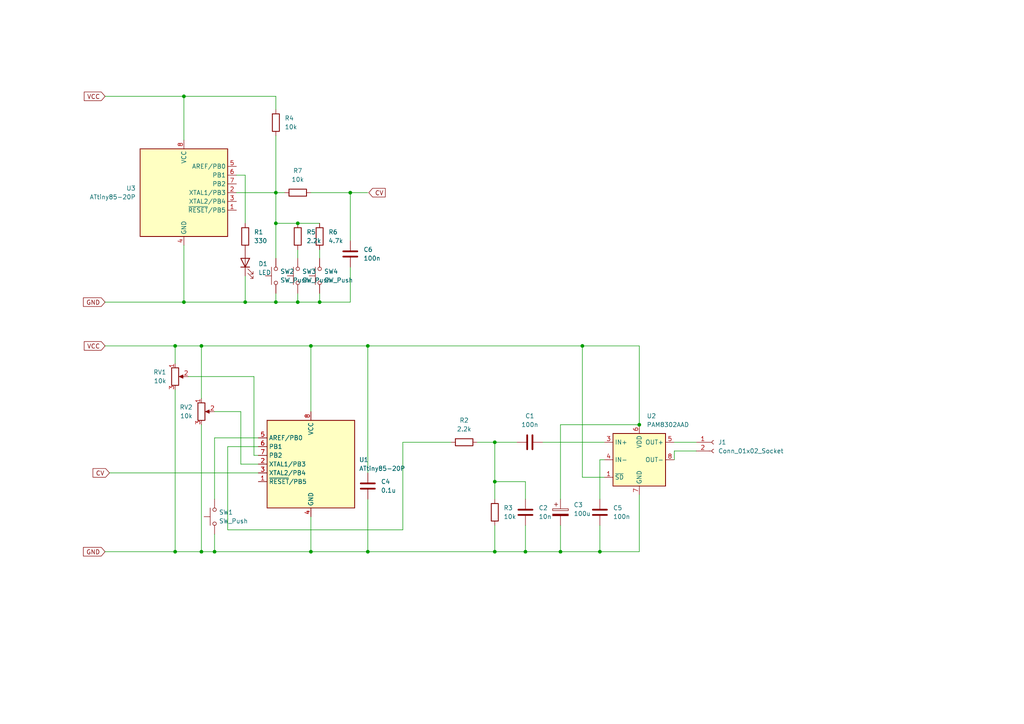
<source format=kicad_sch>
(kicad_sch
	(version 20250114)
	(generator "eeschema")
	(generator_version "9.0")
	(uuid "b0a62a77-cbdd-43ac-b9b7-6d13322499f8")
	(paper "A4")
	(lib_symbols
		(symbol "Amplifier_Audio:PAM8302AAD"
			(exclude_from_sim no)
			(in_bom yes)
			(on_board yes)
			(property "Reference" "U"
				(at 7.62 11.43 0)
				(effects
					(font
						(size 1.27 1.27)
					)
				)
			)
			(property "Value" "PAM8302AAD"
				(at 7.62 8.89 0)
				(effects
					(font
						(size 1.27 1.27)
					)
				)
			)
			(property "Footprint" ""
				(at 0 0 0)
				(effects
					(font
						(size 1.27 1.27)
					)
					(hide yes)
				)
			)
			(property "Datasheet" "https://www.diodes.com/assets/Datasheets/PAM8302A.pdf"
				(at 0 0 0)
				(effects
					(font
						(size 1.27 1.27)
					)
					(hide yes)
				)
			)
			(property "Description" "2.5W Filterless Class-D Mono Audio Amplifier, SOIC-8"
				(at 0 0 0)
				(effects
					(font
						(size 1.27 1.27)
					)
					(hide yes)
				)
			)
			(property "ki_keywords" "audio amplifier class d"
				(at 0 0 0)
				(effects
					(font
						(size 1.27 1.27)
					)
					(hide yes)
				)
			)
			(property "ki_fp_filters" "MSOP*3x3mm*P0.65mm* SOIC*3.9x4.9mm*P1.27mm*"
				(at 0 0 0)
				(effects
					(font
						(size 1.27 1.27)
					)
					(hide yes)
				)
			)
			(symbol "PAM8302AAD_0_1"
				(rectangle
					(start -7.62 7.62)
					(end 7.62 -7.62)
					(stroke
						(width 0.254)
						(type default)
					)
					(fill
						(type background)
					)
				)
			)
			(symbol "PAM8302AAD_1_1"
				(pin input line
					(at -10.16 5.08 0)
					(length 2.54)
					(name "IN+"
						(effects
							(font
								(size 1.27 1.27)
							)
						)
					)
					(number "3"
						(effects
							(font
								(size 1.27 1.27)
							)
						)
					)
				)
				(pin input line
					(at -10.16 0 0)
					(length 2.54)
					(name "IN-"
						(effects
							(font
								(size 1.27 1.27)
							)
						)
					)
					(number "4"
						(effects
							(font
								(size 1.27 1.27)
							)
						)
					)
				)
				(pin input line
					(at -10.16 -5.08 0)
					(length 2.54)
					(name "~{SD}"
						(effects
							(font
								(size 1.27 1.27)
							)
						)
					)
					(number "1"
						(effects
							(font
								(size 1.27 1.27)
							)
						)
					)
				)
				(pin power_in line
					(at 0 10.16 270)
					(length 2.54)
					(name "VDD"
						(effects
							(font
								(size 1.27 1.27)
							)
						)
					)
					(number "6"
						(effects
							(font
								(size 1.27 1.27)
							)
						)
					)
				)
				(pin power_in line
					(at 0 -10.16 90)
					(length 2.54)
					(name "GND"
						(effects
							(font
								(size 1.27 1.27)
							)
						)
					)
					(number "7"
						(effects
							(font
								(size 1.27 1.27)
							)
						)
					)
				)
				(pin no_connect line
					(at 7.62 -5.08 180)
					(length 2.54)
					(hide yes)
					(name "NC"
						(effects
							(font
								(size 1.27 1.27)
							)
						)
					)
					(number "2"
						(effects
							(font
								(size 1.27 1.27)
							)
						)
					)
				)
				(pin output line
					(at 10.16 5.08 180)
					(length 2.54)
					(name "OUT+"
						(effects
							(font
								(size 1.27 1.27)
							)
						)
					)
					(number "5"
						(effects
							(font
								(size 1.27 1.27)
							)
						)
					)
				)
				(pin output line
					(at 10.16 0 180)
					(length 2.54)
					(name "OUT-"
						(effects
							(font
								(size 1.27 1.27)
							)
						)
					)
					(number "8"
						(effects
							(font
								(size 1.27 1.27)
							)
						)
					)
				)
			)
			(embedded_fonts no)
		)
		(symbol "Connector:Conn_01x02_Socket"
			(pin_names
				(offset 1.016)
				(hide yes)
			)
			(exclude_from_sim no)
			(in_bom yes)
			(on_board yes)
			(property "Reference" "J"
				(at 0 2.54 0)
				(effects
					(font
						(size 1.27 1.27)
					)
				)
			)
			(property "Value" "Conn_01x02_Socket"
				(at 0 -5.08 0)
				(effects
					(font
						(size 1.27 1.27)
					)
				)
			)
			(property "Footprint" ""
				(at 0 0 0)
				(effects
					(font
						(size 1.27 1.27)
					)
					(hide yes)
				)
			)
			(property "Datasheet" "~"
				(at 0 0 0)
				(effects
					(font
						(size 1.27 1.27)
					)
					(hide yes)
				)
			)
			(property "Description" "Generic connector, single row, 01x02, script generated"
				(at 0 0 0)
				(effects
					(font
						(size 1.27 1.27)
					)
					(hide yes)
				)
			)
			(property "ki_locked" ""
				(at 0 0 0)
				(effects
					(font
						(size 1.27 1.27)
					)
				)
			)
			(property "ki_keywords" "connector"
				(at 0 0 0)
				(effects
					(font
						(size 1.27 1.27)
					)
					(hide yes)
				)
			)
			(property "ki_fp_filters" "Connector*:*_1x??_*"
				(at 0 0 0)
				(effects
					(font
						(size 1.27 1.27)
					)
					(hide yes)
				)
			)
			(symbol "Conn_01x02_Socket_1_1"
				(polyline
					(pts
						(xy -1.27 0) (xy -0.508 0)
					)
					(stroke
						(width 0.1524)
						(type default)
					)
					(fill
						(type none)
					)
				)
				(polyline
					(pts
						(xy -1.27 -2.54) (xy -0.508 -2.54)
					)
					(stroke
						(width 0.1524)
						(type default)
					)
					(fill
						(type none)
					)
				)
				(arc
					(start 0 -0.508)
					(mid -0.5058 0)
					(end 0 0.508)
					(stroke
						(width 0.1524)
						(type default)
					)
					(fill
						(type none)
					)
				)
				(arc
					(start 0 -3.048)
					(mid -0.5058 -2.54)
					(end 0 -2.032)
					(stroke
						(width 0.1524)
						(type default)
					)
					(fill
						(type none)
					)
				)
				(pin passive line
					(at -5.08 0 0)
					(length 3.81)
					(name "Pin_1"
						(effects
							(font
								(size 1.27 1.27)
							)
						)
					)
					(number "1"
						(effects
							(font
								(size 1.27 1.27)
							)
						)
					)
				)
				(pin passive line
					(at -5.08 -2.54 0)
					(length 3.81)
					(name "Pin_2"
						(effects
							(font
								(size 1.27 1.27)
							)
						)
					)
					(number "2"
						(effects
							(font
								(size 1.27 1.27)
							)
						)
					)
				)
			)
			(embedded_fonts no)
		)
		(symbol "Device:C"
			(pin_numbers
				(hide yes)
			)
			(pin_names
				(offset 0.254)
			)
			(exclude_from_sim no)
			(in_bom yes)
			(on_board yes)
			(property "Reference" "C"
				(at 0.635 2.54 0)
				(effects
					(font
						(size 1.27 1.27)
					)
					(justify left)
				)
			)
			(property "Value" "C"
				(at 0.635 -2.54 0)
				(effects
					(font
						(size 1.27 1.27)
					)
					(justify left)
				)
			)
			(property "Footprint" ""
				(at 0.9652 -3.81 0)
				(effects
					(font
						(size 1.27 1.27)
					)
					(hide yes)
				)
			)
			(property "Datasheet" "~"
				(at 0 0 0)
				(effects
					(font
						(size 1.27 1.27)
					)
					(hide yes)
				)
			)
			(property "Description" "Unpolarized capacitor"
				(at 0 0 0)
				(effects
					(font
						(size 1.27 1.27)
					)
					(hide yes)
				)
			)
			(property "ki_keywords" "cap capacitor"
				(at 0 0 0)
				(effects
					(font
						(size 1.27 1.27)
					)
					(hide yes)
				)
			)
			(property "ki_fp_filters" "C_*"
				(at 0 0 0)
				(effects
					(font
						(size 1.27 1.27)
					)
					(hide yes)
				)
			)
			(symbol "C_0_1"
				(polyline
					(pts
						(xy -2.032 0.762) (xy 2.032 0.762)
					)
					(stroke
						(width 0.508)
						(type default)
					)
					(fill
						(type none)
					)
				)
				(polyline
					(pts
						(xy -2.032 -0.762) (xy 2.032 -0.762)
					)
					(stroke
						(width 0.508)
						(type default)
					)
					(fill
						(type none)
					)
				)
			)
			(symbol "C_1_1"
				(pin passive line
					(at 0 3.81 270)
					(length 2.794)
					(name "~"
						(effects
							(font
								(size 1.27 1.27)
							)
						)
					)
					(number "1"
						(effects
							(font
								(size 1.27 1.27)
							)
						)
					)
				)
				(pin passive line
					(at 0 -3.81 90)
					(length 2.794)
					(name "~"
						(effects
							(font
								(size 1.27 1.27)
							)
						)
					)
					(number "2"
						(effects
							(font
								(size 1.27 1.27)
							)
						)
					)
				)
			)
			(embedded_fonts no)
		)
		(symbol "Device:C_Polarized"
			(pin_numbers
				(hide yes)
			)
			(pin_names
				(offset 0.254)
			)
			(exclude_from_sim no)
			(in_bom yes)
			(on_board yes)
			(property "Reference" "C"
				(at 0.635 2.54 0)
				(effects
					(font
						(size 1.27 1.27)
					)
					(justify left)
				)
			)
			(property "Value" "C_Polarized"
				(at 0.635 -2.54 0)
				(effects
					(font
						(size 1.27 1.27)
					)
					(justify left)
				)
			)
			(property "Footprint" ""
				(at 0.9652 -3.81 0)
				(effects
					(font
						(size 1.27 1.27)
					)
					(hide yes)
				)
			)
			(property "Datasheet" "~"
				(at 0 0 0)
				(effects
					(font
						(size 1.27 1.27)
					)
					(hide yes)
				)
			)
			(property "Description" "Polarized capacitor"
				(at 0 0 0)
				(effects
					(font
						(size 1.27 1.27)
					)
					(hide yes)
				)
			)
			(property "ki_keywords" "cap capacitor"
				(at 0 0 0)
				(effects
					(font
						(size 1.27 1.27)
					)
					(hide yes)
				)
			)
			(property "ki_fp_filters" "CP_*"
				(at 0 0 0)
				(effects
					(font
						(size 1.27 1.27)
					)
					(hide yes)
				)
			)
			(symbol "C_Polarized_0_1"
				(rectangle
					(start -2.286 0.508)
					(end 2.286 1.016)
					(stroke
						(width 0)
						(type default)
					)
					(fill
						(type none)
					)
				)
				(polyline
					(pts
						(xy -1.778 2.286) (xy -0.762 2.286)
					)
					(stroke
						(width 0)
						(type default)
					)
					(fill
						(type none)
					)
				)
				(polyline
					(pts
						(xy -1.27 2.794) (xy -1.27 1.778)
					)
					(stroke
						(width 0)
						(type default)
					)
					(fill
						(type none)
					)
				)
				(rectangle
					(start 2.286 -0.508)
					(end -2.286 -1.016)
					(stroke
						(width 0)
						(type default)
					)
					(fill
						(type outline)
					)
				)
			)
			(symbol "C_Polarized_1_1"
				(pin passive line
					(at 0 3.81 270)
					(length 2.794)
					(name "~"
						(effects
							(font
								(size 1.27 1.27)
							)
						)
					)
					(number "1"
						(effects
							(font
								(size 1.27 1.27)
							)
						)
					)
				)
				(pin passive line
					(at 0 -3.81 90)
					(length 2.794)
					(name "~"
						(effects
							(font
								(size 1.27 1.27)
							)
						)
					)
					(number "2"
						(effects
							(font
								(size 1.27 1.27)
							)
						)
					)
				)
			)
			(embedded_fonts no)
		)
		(symbol "Device:LED"
			(pin_numbers
				(hide yes)
			)
			(pin_names
				(offset 1.016)
				(hide yes)
			)
			(exclude_from_sim no)
			(in_bom yes)
			(on_board yes)
			(property "Reference" "D"
				(at 0 2.54 0)
				(effects
					(font
						(size 1.27 1.27)
					)
				)
			)
			(property "Value" "LED"
				(at 0 -2.54 0)
				(effects
					(font
						(size 1.27 1.27)
					)
				)
			)
			(property "Footprint" ""
				(at 0 0 0)
				(effects
					(font
						(size 1.27 1.27)
					)
					(hide yes)
				)
			)
			(property "Datasheet" "~"
				(at 0 0 0)
				(effects
					(font
						(size 1.27 1.27)
					)
					(hide yes)
				)
			)
			(property "Description" "Light emitting diode"
				(at 0 0 0)
				(effects
					(font
						(size 1.27 1.27)
					)
					(hide yes)
				)
			)
			(property "Sim.Pins" "1=K 2=A"
				(at 0 0 0)
				(effects
					(font
						(size 1.27 1.27)
					)
					(hide yes)
				)
			)
			(property "ki_keywords" "LED diode"
				(at 0 0 0)
				(effects
					(font
						(size 1.27 1.27)
					)
					(hide yes)
				)
			)
			(property "ki_fp_filters" "LED* LED_SMD:* LED_THT:*"
				(at 0 0 0)
				(effects
					(font
						(size 1.27 1.27)
					)
					(hide yes)
				)
			)
			(symbol "LED_0_1"
				(polyline
					(pts
						(xy -3.048 -0.762) (xy -4.572 -2.286) (xy -3.81 -2.286) (xy -4.572 -2.286) (xy -4.572 -1.524)
					)
					(stroke
						(width 0)
						(type default)
					)
					(fill
						(type none)
					)
				)
				(polyline
					(pts
						(xy -1.778 -0.762) (xy -3.302 -2.286) (xy -2.54 -2.286) (xy -3.302 -2.286) (xy -3.302 -1.524)
					)
					(stroke
						(width 0)
						(type default)
					)
					(fill
						(type none)
					)
				)
				(polyline
					(pts
						(xy -1.27 0) (xy 1.27 0)
					)
					(stroke
						(width 0)
						(type default)
					)
					(fill
						(type none)
					)
				)
				(polyline
					(pts
						(xy -1.27 -1.27) (xy -1.27 1.27)
					)
					(stroke
						(width 0.254)
						(type default)
					)
					(fill
						(type none)
					)
				)
				(polyline
					(pts
						(xy 1.27 -1.27) (xy 1.27 1.27) (xy -1.27 0) (xy 1.27 -1.27)
					)
					(stroke
						(width 0.254)
						(type default)
					)
					(fill
						(type none)
					)
				)
			)
			(symbol "LED_1_1"
				(pin passive line
					(at -3.81 0 0)
					(length 2.54)
					(name "K"
						(effects
							(font
								(size 1.27 1.27)
							)
						)
					)
					(number "1"
						(effects
							(font
								(size 1.27 1.27)
							)
						)
					)
				)
				(pin passive line
					(at 3.81 0 180)
					(length 2.54)
					(name "A"
						(effects
							(font
								(size 1.27 1.27)
							)
						)
					)
					(number "2"
						(effects
							(font
								(size 1.27 1.27)
							)
						)
					)
				)
			)
			(embedded_fonts no)
		)
		(symbol "Device:R"
			(pin_numbers
				(hide yes)
			)
			(pin_names
				(offset 0)
			)
			(exclude_from_sim no)
			(in_bom yes)
			(on_board yes)
			(property "Reference" "R"
				(at 2.032 0 90)
				(effects
					(font
						(size 1.27 1.27)
					)
				)
			)
			(property "Value" "R"
				(at 0 0 90)
				(effects
					(font
						(size 1.27 1.27)
					)
				)
			)
			(property "Footprint" ""
				(at -1.778 0 90)
				(effects
					(font
						(size 1.27 1.27)
					)
					(hide yes)
				)
			)
			(property "Datasheet" "~"
				(at 0 0 0)
				(effects
					(font
						(size 1.27 1.27)
					)
					(hide yes)
				)
			)
			(property "Description" "Resistor"
				(at 0 0 0)
				(effects
					(font
						(size 1.27 1.27)
					)
					(hide yes)
				)
			)
			(property "ki_keywords" "R res resistor"
				(at 0 0 0)
				(effects
					(font
						(size 1.27 1.27)
					)
					(hide yes)
				)
			)
			(property "ki_fp_filters" "R_*"
				(at 0 0 0)
				(effects
					(font
						(size 1.27 1.27)
					)
					(hide yes)
				)
			)
			(symbol "R_0_1"
				(rectangle
					(start -1.016 -2.54)
					(end 1.016 2.54)
					(stroke
						(width 0.254)
						(type default)
					)
					(fill
						(type none)
					)
				)
			)
			(symbol "R_1_1"
				(pin passive line
					(at 0 3.81 270)
					(length 1.27)
					(name "~"
						(effects
							(font
								(size 1.27 1.27)
							)
						)
					)
					(number "1"
						(effects
							(font
								(size 1.27 1.27)
							)
						)
					)
				)
				(pin passive line
					(at 0 -3.81 90)
					(length 1.27)
					(name "~"
						(effects
							(font
								(size 1.27 1.27)
							)
						)
					)
					(number "2"
						(effects
							(font
								(size 1.27 1.27)
							)
						)
					)
				)
			)
			(embedded_fonts no)
		)
		(symbol "Device:R_Potentiometer"
			(pin_names
				(offset 1.016)
				(hide yes)
			)
			(exclude_from_sim no)
			(in_bom yes)
			(on_board yes)
			(property "Reference" "RV"
				(at -4.445 0 90)
				(effects
					(font
						(size 1.27 1.27)
					)
				)
			)
			(property "Value" "R_Potentiometer"
				(at -2.54 0 90)
				(effects
					(font
						(size 1.27 1.27)
					)
				)
			)
			(property "Footprint" ""
				(at 0 0 0)
				(effects
					(font
						(size 1.27 1.27)
					)
					(hide yes)
				)
			)
			(property "Datasheet" "~"
				(at 0 0 0)
				(effects
					(font
						(size 1.27 1.27)
					)
					(hide yes)
				)
			)
			(property "Description" "Potentiometer"
				(at 0 0 0)
				(effects
					(font
						(size 1.27 1.27)
					)
					(hide yes)
				)
			)
			(property "ki_keywords" "resistor variable"
				(at 0 0 0)
				(effects
					(font
						(size 1.27 1.27)
					)
					(hide yes)
				)
			)
			(property "ki_fp_filters" "Potentiometer*"
				(at 0 0 0)
				(effects
					(font
						(size 1.27 1.27)
					)
					(hide yes)
				)
			)
			(symbol "R_Potentiometer_0_1"
				(rectangle
					(start 1.016 2.54)
					(end -1.016 -2.54)
					(stroke
						(width 0.254)
						(type default)
					)
					(fill
						(type none)
					)
				)
				(polyline
					(pts
						(xy 1.143 0) (xy 2.286 0.508) (xy 2.286 -0.508) (xy 1.143 0)
					)
					(stroke
						(width 0)
						(type default)
					)
					(fill
						(type outline)
					)
				)
				(polyline
					(pts
						(xy 2.54 0) (xy 1.524 0)
					)
					(stroke
						(width 0)
						(type default)
					)
					(fill
						(type none)
					)
				)
			)
			(symbol "R_Potentiometer_1_1"
				(pin passive line
					(at 0 3.81 270)
					(length 1.27)
					(name "1"
						(effects
							(font
								(size 1.27 1.27)
							)
						)
					)
					(number "1"
						(effects
							(font
								(size 1.27 1.27)
							)
						)
					)
				)
				(pin passive line
					(at 0 -3.81 90)
					(length 1.27)
					(name "3"
						(effects
							(font
								(size 1.27 1.27)
							)
						)
					)
					(number "3"
						(effects
							(font
								(size 1.27 1.27)
							)
						)
					)
				)
				(pin passive line
					(at 3.81 0 180)
					(length 1.27)
					(name "2"
						(effects
							(font
								(size 1.27 1.27)
							)
						)
					)
					(number "2"
						(effects
							(font
								(size 1.27 1.27)
							)
						)
					)
				)
			)
			(embedded_fonts no)
		)
		(symbol "MCU_Microchip_ATtiny:ATtiny85-20P"
			(exclude_from_sim no)
			(in_bom yes)
			(on_board yes)
			(property "Reference" "U"
				(at -12.7 13.97 0)
				(effects
					(font
						(size 1.27 1.27)
					)
					(justify left bottom)
				)
			)
			(property "Value" "ATtiny85-20P"
				(at 2.54 -13.97 0)
				(effects
					(font
						(size 1.27 1.27)
					)
					(justify left top)
				)
			)
			(property "Footprint" "Package_DIP:DIP-8_W7.62mm"
				(at 0 0 0)
				(effects
					(font
						(size 1.27 1.27)
						(italic yes)
					)
					(hide yes)
				)
			)
			(property "Datasheet" "http://ww1.microchip.com/downloads/en/DeviceDoc/atmel-2586-avr-8-bit-microcontroller-attiny25-attiny45-attiny85_datasheet.pdf"
				(at 0 0 0)
				(effects
					(font
						(size 1.27 1.27)
					)
					(hide yes)
				)
			)
			(property "Description" "20MHz, 8kB Flash, 512B SRAM, 512B EEPROM, debugWIRE, DIP-8"
				(at 0 0 0)
				(effects
					(font
						(size 1.27 1.27)
					)
					(hide yes)
				)
			)
			(property "ki_keywords" "AVR 8bit Microcontroller tinyAVR"
				(at 0 0 0)
				(effects
					(font
						(size 1.27 1.27)
					)
					(hide yes)
				)
			)
			(property "ki_fp_filters" "DIP*W7.62mm*"
				(at 0 0 0)
				(effects
					(font
						(size 1.27 1.27)
					)
					(hide yes)
				)
			)
			(symbol "ATtiny85-20P_0_1"
				(rectangle
					(start -12.7 -12.7)
					(end 12.7 12.7)
					(stroke
						(width 0.254)
						(type default)
					)
					(fill
						(type background)
					)
				)
			)
			(symbol "ATtiny85-20P_1_1"
				(pin power_in line
					(at 0 15.24 270)
					(length 2.54)
					(name "VCC"
						(effects
							(font
								(size 1.27 1.27)
							)
						)
					)
					(number "8"
						(effects
							(font
								(size 1.27 1.27)
							)
						)
					)
				)
				(pin power_in line
					(at 0 -15.24 90)
					(length 2.54)
					(name "GND"
						(effects
							(font
								(size 1.27 1.27)
							)
						)
					)
					(number "4"
						(effects
							(font
								(size 1.27 1.27)
							)
						)
					)
				)
				(pin bidirectional line
					(at 15.24 7.62 180)
					(length 2.54)
					(name "AREF/PB0"
						(effects
							(font
								(size 1.27 1.27)
							)
						)
					)
					(number "5"
						(effects
							(font
								(size 1.27 1.27)
							)
						)
					)
				)
				(pin bidirectional line
					(at 15.24 5.08 180)
					(length 2.54)
					(name "PB1"
						(effects
							(font
								(size 1.27 1.27)
							)
						)
					)
					(number "6"
						(effects
							(font
								(size 1.27 1.27)
							)
						)
					)
				)
				(pin bidirectional line
					(at 15.24 2.54 180)
					(length 2.54)
					(name "PB2"
						(effects
							(font
								(size 1.27 1.27)
							)
						)
					)
					(number "7"
						(effects
							(font
								(size 1.27 1.27)
							)
						)
					)
				)
				(pin bidirectional line
					(at 15.24 0 180)
					(length 2.54)
					(name "XTAL1/PB3"
						(effects
							(font
								(size 1.27 1.27)
							)
						)
					)
					(number "2"
						(effects
							(font
								(size 1.27 1.27)
							)
						)
					)
				)
				(pin bidirectional line
					(at 15.24 -2.54 180)
					(length 2.54)
					(name "XTAL2/PB4"
						(effects
							(font
								(size 1.27 1.27)
							)
						)
					)
					(number "3"
						(effects
							(font
								(size 1.27 1.27)
							)
						)
					)
				)
				(pin bidirectional line
					(at 15.24 -5.08 180)
					(length 2.54)
					(name "~{RESET}/PB5"
						(effects
							(font
								(size 1.27 1.27)
							)
						)
					)
					(number "1"
						(effects
							(font
								(size 1.27 1.27)
							)
						)
					)
				)
			)
			(embedded_fonts no)
		)
		(symbol "Switch:SW_Push"
			(pin_numbers
				(hide yes)
			)
			(pin_names
				(offset 1.016)
				(hide yes)
			)
			(exclude_from_sim no)
			(in_bom yes)
			(on_board yes)
			(property "Reference" "SW"
				(at 1.27 2.54 0)
				(effects
					(font
						(size 1.27 1.27)
					)
					(justify left)
				)
			)
			(property "Value" "SW_Push"
				(at 0 -1.524 0)
				(effects
					(font
						(size 1.27 1.27)
					)
				)
			)
			(property "Footprint" ""
				(at 0 5.08 0)
				(effects
					(font
						(size 1.27 1.27)
					)
					(hide yes)
				)
			)
			(property "Datasheet" "~"
				(at 0 5.08 0)
				(effects
					(font
						(size 1.27 1.27)
					)
					(hide yes)
				)
			)
			(property "Description" "Push button switch, generic, two pins"
				(at 0 0 0)
				(effects
					(font
						(size 1.27 1.27)
					)
					(hide yes)
				)
			)
			(property "ki_keywords" "switch normally-open pushbutton push-button"
				(at 0 0 0)
				(effects
					(font
						(size 1.27 1.27)
					)
					(hide yes)
				)
			)
			(symbol "SW_Push_0_1"
				(circle
					(center -2.032 0)
					(radius 0.508)
					(stroke
						(width 0)
						(type default)
					)
					(fill
						(type none)
					)
				)
				(polyline
					(pts
						(xy 0 1.27) (xy 0 3.048)
					)
					(stroke
						(width 0)
						(type default)
					)
					(fill
						(type none)
					)
				)
				(circle
					(center 2.032 0)
					(radius 0.508)
					(stroke
						(width 0)
						(type default)
					)
					(fill
						(type none)
					)
				)
				(polyline
					(pts
						(xy 2.54 1.27) (xy -2.54 1.27)
					)
					(stroke
						(width 0)
						(type default)
					)
					(fill
						(type none)
					)
				)
				(pin passive line
					(at -5.08 0 0)
					(length 2.54)
					(name "1"
						(effects
							(font
								(size 1.27 1.27)
							)
						)
					)
					(number "1"
						(effects
							(font
								(size 1.27 1.27)
							)
						)
					)
				)
				(pin passive line
					(at 5.08 0 180)
					(length 2.54)
					(name "2"
						(effects
							(font
								(size 1.27 1.27)
							)
						)
					)
					(number "2"
						(effects
							(font
								(size 1.27 1.27)
							)
						)
					)
				)
			)
			(embedded_fonts no)
		)
	)
	(junction
		(at 58.42 100.33)
		(diameter 0)
		(color 0 0 0 0)
		(uuid "1852bf26-a90e-49dc-8519-ab3e8e39904b")
	)
	(junction
		(at 71.12 87.63)
		(diameter 0)
		(color 0 0 0 0)
		(uuid "1a0c8f26-9168-481a-a64a-75326aedb006")
	)
	(junction
		(at 53.34 87.63)
		(diameter 0)
		(color 0 0 0 0)
		(uuid "1c0024cd-594e-42e1-b59c-8badfd1b8c2a")
	)
	(junction
		(at 168.91 100.33)
		(diameter 0)
		(color 0 0 0 0)
		(uuid "2d1ba66d-7d88-4b35-ac93-bed7ac1aa1b0")
	)
	(junction
		(at 50.8 160.02)
		(diameter 0)
		(color 0 0 0 0)
		(uuid "30bf1bd8-c8de-4fe4-925c-080d34b2addf")
	)
	(junction
		(at 143.51 128.27)
		(diameter 0)
		(color 0 0 0 0)
		(uuid "566319b1-fe0c-4e68-b0c2-e5ff9c87bfaa")
	)
	(junction
		(at 62.23 160.02)
		(diameter 0)
		(color 0 0 0 0)
		(uuid "5bc5962e-ffb2-4821-8b4e-641838569657")
	)
	(junction
		(at 90.17 160.02)
		(diameter 0)
		(color 0 0 0 0)
		(uuid "66d26ff4-7ee7-45fb-a415-c4effcdf9179")
	)
	(junction
		(at 152.4 160.02)
		(diameter 0)
		(color 0 0 0 0)
		(uuid "6e792837-b9bb-407a-99e2-1e64af3fad1e")
	)
	(junction
		(at 143.51 139.7)
		(diameter 0)
		(color 0 0 0 0)
		(uuid "75752200-14f5-4458-aeaf-0b75b050438a")
	)
	(junction
		(at 86.36 64.77)
		(diameter 0)
		(color 0 0 0 0)
		(uuid "778f3abd-f2d4-4c09-9e22-1287243cc793")
	)
	(junction
		(at 106.68 100.33)
		(diameter 0)
		(color 0 0 0 0)
		(uuid "78969034-a43e-4701-9d83-02a03432da22")
	)
	(junction
		(at 106.68 160.02)
		(diameter 0)
		(color 0 0 0 0)
		(uuid "856f533b-b8a3-43d2-9665-9714854e92c7")
	)
	(junction
		(at 50.8 100.33)
		(diameter 0)
		(color 0 0 0 0)
		(uuid "92ed4d88-7863-4ba2-93d9-671c9e0594d6")
	)
	(junction
		(at 173.99 160.02)
		(diameter 0)
		(color 0 0 0 0)
		(uuid "93e42834-7f6f-400b-9a2b-6bf0f3f716ca")
	)
	(junction
		(at 101.6 55.88)
		(diameter 0)
		(color 0 0 0 0)
		(uuid "9af95fa4-5ecb-4631-bcab-8990134e56b3")
	)
	(junction
		(at 58.42 160.02)
		(diameter 0)
		(color 0 0 0 0)
		(uuid "9b2025e5-6861-4825-b798-d79d032c5121")
	)
	(junction
		(at 143.51 160.02)
		(diameter 0)
		(color 0 0 0 0)
		(uuid "9feb32b9-86c4-4f65-aa94-175b50065cb5")
	)
	(junction
		(at 90.17 100.33)
		(diameter 0)
		(color 0 0 0 0)
		(uuid "aedfae76-cb4f-4d7c-9e17-77dbe80d54b8")
	)
	(junction
		(at 86.36 87.63)
		(diameter 0)
		(color 0 0 0 0)
		(uuid "b0396a3f-824f-4a61-91fe-9c4bc4db161f")
	)
	(junction
		(at 80.01 87.63)
		(diameter 0)
		(color 0 0 0 0)
		(uuid "b266fd84-852a-4d48-a488-0c6c165050f5")
	)
	(junction
		(at 92.71 87.63)
		(diameter 0)
		(color 0 0 0 0)
		(uuid "bf15e45e-3edc-4032-b8b4-b76eee04976f")
	)
	(junction
		(at 162.56 160.02)
		(diameter 0)
		(color 0 0 0 0)
		(uuid "c6b14ac5-7774-43bb-9d1d-8d2f4c815df9")
	)
	(junction
		(at 80.01 64.77)
		(diameter 0)
		(color 0 0 0 0)
		(uuid "cbfa7878-ecf0-4b8a-8cdd-2aa66c4b3b23")
	)
	(junction
		(at 185.42 123.19)
		(diameter 0)
		(color 0 0 0 0)
		(uuid "e497cc9a-93b3-4fea-9048-12220a330a8b")
	)
	(junction
		(at 53.34 27.94)
		(diameter 0)
		(color 0 0 0 0)
		(uuid "eb2f5e0e-0b74-4b6d-8083-d8e6f61ceb52")
	)
	(junction
		(at 80.01 55.88)
		(diameter 0)
		(color 0 0 0 0)
		(uuid "fc54f0e1-be43-409b-bf35-a4522c797869")
	)
	(wire
		(pts
			(xy 168.91 100.33) (xy 168.91 138.43)
		)
		(stroke
			(width 0)
			(type default)
		)
		(uuid "05a55ddc-05e4-48a0-958e-6e1fb4fce6d4")
	)
	(wire
		(pts
			(xy 116.84 128.27) (xy 130.81 128.27)
		)
		(stroke
			(width 0)
			(type default)
		)
		(uuid "05f92ee6-f0e4-4de9-8d5e-043e1a13508e")
	)
	(wire
		(pts
			(xy 101.6 87.63) (xy 92.71 87.63)
		)
		(stroke
			(width 0)
			(type default)
		)
		(uuid "066c5251-5d99-46cb-be1f-01c15b99188c")
	)
	(wire
		(pts
			(xy 53.34 27.94) (xy 53.34 40.64)
		)
		(stroke
			(width 0)
			(type default)
		)
		(uuid "0a2d13e8-2040-4295-9858-faf9d359e0e2")
	)
	(wire
		(pts
			(xy 30.48 100.33) (xy 50.8 100.33)
		)
		(stroke
			(width 0)
			(type default)
		)
		(uuid "0c485f83-c1e5-407e-adb2-dc37520e9461")
	)
	(wire
		(pts
			(xy 58.42 100.33) (xy 58.42 115.57)
		)
		(stroke
			(width 0)
			(type default)
		)
		(uuid "0e03fae7-e913-4d69-a33a-9085b06bbe03")
	)
	(wire
		(pts
			(xy 50.8 100.33) (xy 50.8 105.41)
		)
		(stroke
			(width 0)
			(type default)
		)
		(uuid "0f226067-aebb-4f46-aee0-0e2c999d0493")
	)
	(wire
		(pts
			(xy 62.23 160.02) (xy 90.17 160.02)
		)
		(stroke
			(width 0)
			(type default)
		)
		(uuid "1095eb5b-8ec0-458a-bd11-6954dd525d11")
	)
	(wire
		(pts
			(xy 30.48 160.02) (xy 50.8 160.02)
		)
		(stroke
			(width 0)
			(type default)
		)
		(uuid "18263406-0f0a-403f-a0a4-7202709582fa")
	)
	(wire
		(pts
			(xy 195.58 130.81) (xy 195.58 133.35)
		)
		(stroke
			(width 0)
			(type default)
		)
		(uuid "18949bdf-1524-4e41-8a1f-f526acbc982d")
	)
	(wire
		(pts
			(xy 73.66 109.22) (xy 73.66 132.08)
		)
		(stroke
			(width 0)
			(type default)
		)
		(uuid "1a8f7fb5-6a4b-4f44-901f-5c9241ded05e")
	)
	(wire
		(pts
			(xy 106.68 160.02) (xy 143.51 160.02)
		)
		(stroke
			(width 0)
			(type default)
		)
		(uuid "1bbd170b-7385-4379-8dea-f804200e3199")
	)
	(wire
		(pts
			(xy 92.71 87.63) (xy 92.71 85.09)
		)
		(stroke
			(width 0)
			(type default)
		)
		(uuid "22dc9493-00f6-4f3b-b3fb-839b09f8c59b")
	)
	(wire
		(pts
			(xy 53.34 87.63) (xy 53.34 71.12)
		)
		(stroke
			(width 0)
			(type default)
		)
		(uuid "2341bed2-e28f-45d1-a4c1-89408c031553")
	)
	(wire
		(pts
			(xy 71.12 50.8) (xy 71.12 64.77)
		)
		(stroke
			(width 0)
			(type default)
		)
		(uuid "2569ed52-acfb-4888-83d7-4cfd4e35205a")
	)
	(wire
		(pts
			(xy 168.91 100.33) (xy 185.42 100.33)
		)
		(stroke
			(width 0)
			(type default)
		)
		(uuid "281d5e9a-6051-4340-874d-24427daeb715")
	)
	(wire
		(pts
			(xy 90.17 55.88) (xy 101.6 55.88)
		)
		(stroke
			(width 0)
			(type default)
		)
		(uuid "2a8abb4c-b57f-4c87-9cd4-982e7f9e1b5c")
	)
	(wire
		(pts
			(xy 116.84 153.67) (xy 116.84 128.27)
		)
		(stroke
			(width 0)
			(type default)
		)
		(uuid "301af1be-5a8e-40c5-bc86-549cf7260923")
	)
	(wire
		(pts
			(xy 173.99 133.35) (xy 173.99 144.78)
		)
		(stroke
			(width 0)
			(type default)
		)
		(uuid "36ac35a1-3031-4f43-a89c-9779df8ea560")
	)
	(wire
		(pts
			(xy 62.23 154.94) (xy 62.23 160.02)
		)
		(stroke
			(width 0)
			(type default)
		)
		(uuid "3926ebb8-14c7-4de3-b7c9-ae1997114bce")
	)
	(wire
		(pts
			(xy 173.99 160.02) (xy 185.42 160.02)
		)
		(stroke
			(width 0)
			(type default)
		)
		(uuid "3ff126c1-2922-4b9e-9292-eeb4177a1555")
	)
	(wire
		(pts
			(xy 50.8 113.03) (xy 50.8 160.02)
		)
		(stroke
			(width 0)
			(type default)
		)
		(uuid "426ce469-4edc-4a12-8797-b7a77d5056b2")
	)
	(wire
		(pts
			(xy 162.56 152.4) (xy 162.56 160.02)
		)
		(stroke
			(width 0)
			(type default)
		)
		(uuid "427a8109-4bb1-4d16-b28e-a212353f6feb")
	)
	(wire
		(pts
			(xy 58.42 123.19) (xy 58.42 160.02)
		)
		(stroke
			(width 0)
			(type default)
		)
		(uuid "47f82b41-feff-45f0-9241-f9390b15c8c0")
	)
	(wire
		(pts
			(xy 162.56 123.19) (xy 162.56 144.78)
		)
		(stroke
			(width 0)
			(type default)
		)
		(uuid "499ee85a-5c93-46ae-b35b-3c0a347d39e4")
	)
	(wire
		(pts
			(xy 71.12 50.8) (xy 68.58 50.8)
		)
		(stroke
			(width 0)
			(type default)
		)
		(uuid "51088978-d1e2-4d09-bdfd-f52f1c90dda4")
	)
	(wire
		(pts
			(xy 58.42 100.33) (xy 90.17 100.33)
		)
		(stroke
			(width 0)
			(type default)
		)
		(uuid "535402b2-93f5-4f9d-9f58-ecf85aa475c2")
	)
	(wire
		(pts
			(xy 92.71 72.39) (xy 92.71 74.93)
		)
		(stroke
			(width 0)
			(type default)
		)
		(uuid "539580b4-0e12-4766-b7c7-e776c2156737")
	)
	(wire
		(pts
			(xy 80.01 85.09) (xy 80.01 87.63)
		)
		(stroke
			(width 0)
			(type default)
		)
		(uuid "547d080a-9972-4789-b99b-2d01a73c4949")
	)
	(wire
		(pts
			(xy 149.86 128.27) (xy 143.51 128.27)
		)
		(stroke
			(width 0)
			(type default)
		)
		(uuid "54f41539-2c9a-4253-add9-d1d4347b7253")
	)
	(wire
		(pts
			(xy 86.36 64.77) (xy 92.71 64.77)
		)
		(stroke
			(width 0)
			(type default)
		)
		(uuid "580eeb15-1eae-403c-b9e6-5c90a35b0f21")
	)
	(wire
		(pts
			(xy 71.12 87.63) (xy 80.01 87.63)
		)
		(stroke
			(width 0)
			(type default)
		)
		(uuid "5dcb34fc-e001-48b0-b05b-22a9791c8935")
	)
	(wire
		(pts
			(xy 162.56 123.19) (xy 185.42 123.19)
		)
		(stroke
			(width 0)
			(type default)
		)
		(uuid "62a30926-ac76-4816-9c87-e0d6fb913e2d")
	)
	(wire
		(pts
			(xy 80.01 87.63) (xy 86.36 87.63)
		)
		(stroke
			(width 0)
			(type default)
		)
		(uuid "638a837a-2e81-46b9-91d9-91ed75057c6f")
	)
	(wire
		(pts
			(xy 143.51 139.7) (xy 143.51 144.78)
		)
		(stroke
			(width 0)
			(type default)
		)
		(uuid "6c5fb856-c9fa-4820-9fef-8776e2fae552")
	)
	(wire
		(pts
			(xy 152.4 160.02) (xy 162.56 160.02)
		)
		(stroke
			(width 0)
			(type default)
		)
		(uuid "6dfa3bee-b0ef-45b5-8393-08356233fd4e")
	)
	(wire
		(pts
			(xy 90.17 100.33) (xy 90.17 119.38)
		)
		(stroke
			(width 0)
			(type default)
		)
		(uuid "70aa1e6d-8766-4b3b-89d2-5fc4d5b1736f")
	)
	(wire
		(pts
			(xy 101.6 55.88) (xy 101.6 69.85)
		)
		(stroke
			(width 0)
			(type default)
		)
		(uuid "71823ffd-e5fc-47a1-a82a-24fb034c9d7a")
	)
	(wire
		(pts
			(xy 69.85 134.62) (xy 74.93 134.62)
		)
		(stroke
			(width 0)
			(type default)
		)
		(uuid "71fc14d3-1da6-450c-b7a3-93f258126c93")
	)
	(wire
		(pts
			(xy 31.75 137.16) (xy 74.93 137.16)
		)
		(stroke
			(width 0)
			(type default)
		)
		(uuid "744fd86f-4d90-4452-adb4-373f4fdffaf7")
	)
	(wire
		(pts
			(xy 162.56 160.02) (xy 173.99 160.02)
		)
		(stroke
			(width 0)
			(type default)
		)
		(uuid "79831561-7c30-420e-b7df-bd21ab804ecc")
	)
	(wire
		(pts
			(xy 106.68 100.33) (xy 106.68 137.16)
		)
		(stroke
			(width 0)
			(type default)
		)
		(uuid "7aa5e5df-60bf-4973-9b37-6658f94050eb")
	)
	(wire
		(pts
			(xy 53.34 27.94) (xy 80.01 27.94)
		)
		(stroke
			(width 0)
			(type default)
		)
		(uuid "7c51e91d-49aa-4ce9-9f11-909e2bf78ee8")
	)
	(wire
		(pts
			(xy 143.51 152.4) (xy 143.51 160.02)
		)
		(stroke
			(width 0)
			(type default)
		)
		(uuid "7f54a8b1-a0f0-46db-8eaf-15994c2478ee")
	)
	(wire
		(pts
			(xy 80.01 55.88) (xy 82.55 55.88)
		)
		(stroke
			(width 0)
			(type default)
		)
		(uuid "82b8042c-62a0-4c0a-9f11-4fab62060630")
	)
	(wire
		(pts
			(xy 106.68 100.33) (xy 168.91 100.33)
		)
		(stroke
			(width 0)
			(type default)
		)
		(uuid "84241495-e79e-4280-b4b6-af51614830ef")
	)
	(wire
		(pts
			(xy 50.8 160.02) (xy 58.42 160.02)
		)
		(stroke
			(width 0)
			(type default)
		)
		(uuid "85ef8de5-c0d4-4d58-925b-53c0ddcd23a0")
	)
	(wire
		(pts
			(xy 185.42 100.33) (xy 185.42 123.19)
		)
		(stroke
			(width 0)
			(type default)
		)
		(uuid "87bbdb2a-e348-4561-bfc1-5c3843d6c7ea")
	)
	(wire
		(pts
			(xy 80.01 64.77) (xy 86.36 64.77)
		)
		(stroke
			(width 0)
			(type default)
		)
		(uuid "889e64c1-e05d-4238-9832-b42411eb3433")
	)
	(wire
		(pts
			(xy 62.23 127) (xy 62.23 144.78)
		)
		(stroke
			(width 0)
			(type default)
		)
		(uuid "8a5658a7-c901-4f52-a185-0e5025d7b473")
	)
	(wire
		(pts
			(xy 73.66 132.08) (xy 74.93 132.08)
		)
		(stroke
			(width 0)
			(type default)
		)
		(uuid "8b18ff1f-fe3b-448c-ad62-072dee5344d0")
	)
	(wire
		(pts
			(xy 152.4 144.78) (xy 152.4 139.7)
		)
		(stroke
			(width 0)
			(type default)
		)
		(uuid "8f915b3c-309c-494b-9ee3-536c5dd90d81")
	)
	(wire
		(pts
			(xy 58.42 160.02) (xy 62.23 160.02)
		)
		(stroke
			(width 0)
			(type default)
		)
		(uuid "937a0e51-5210-488c-b01a-4d263c6e6487")
	)
	(wire
		(pts
			(xy 80.01 55.88) (xy 68.58 55.88)
		)
		(stroke
			(width 0)
			(type default)
		)
		(uuid "9383878e-f728-4332-96a2-67aa8ae55270")
	)
	(wire
		(pts
			(xy 86.36 87.63) (xy 92.71 87.63)
		)
		(stroke
			(width 0)
			(type default)
		)
		(uuid "96c21e5a-1a9b-448b-b272-cd3535c6e426")
	)
	(wire
		(pts
			(xy 201.93 130.81) (xy 195.58 130.81)
		)
		(stroke
			(width 0)
			(type default)
		)
		(uuid "9b435886-5c34-4d1a-b408-57421f53c9cc")
	)
	(wire
		(pts
			(xy 69.85 119.38) (xy 69.85 134.62)
		)
		(stroke
			(width 0)
			(type default)
		)
		(uuid "9c1312a6-8c50-4c4a-a7e4-dada343e12b0")
	)
	(wire
		(pts
			(xy 175.26 133.35) (xy 173.99 133.35)
		)
		(stroke
			(width 0)
			(type default)
		)
		(uuid "ab198bd1-fddd-4a90-a414-a77a6ee3417d")
	)
	(wire
		(pts
			(xy 90.17 160.02) (xy 106.68 160.02)
		)
		(stroke
			(width 0)
			(type default)
		)
		(uuid "ae527729-844e-45d8-ba95-99fae56a0fdf")
	)
	(wire
		(pts
			(xy 71.12 80.01) (xy 71.12 87.63)
		)
		(stroke
			(width 0)
			(type default)
		)
		(uuid "ae8a0c86-9c2e-4a4a-9740-2fd55c95b5e2")
	)
	(wire
		(pts
			(xy 106.68 144.78) (xy 106.68 160.02)
		)
		(stroke
			(width 0)
			(type default)
		)
		(uuid "b485bf31-b3b7-4a13-b0e1-440a2c33e5c6")
	)
	(wire
		(pts
			(xy 185.42 160.02) (xy 185.42 143.51)
		)
		(stroke
			(width 0)
			(type default)
		)
		(uuid "b51c450e-a323-4e2b-973a-2da7547b4d24")
	)
	(wire
		(pts
			(xy 30.48 87.63) (xy 53.34 87.63)
		)
		(stroke
			(width 0)
			(type default)
		)
		(uuid "b6262fcd-81b4-4f53-a3fb-c483448c99fd")
	)
	(wire
		(pts
			(xy 71.12 87.63) (xy 53.34 87.63)
		)
		(stroke
			(width 0)
			(type default)
		)
		(uuid "b872a02b-70b8-420e-bd6a-b92f514868c3")
	)
	(wire
		(pts
			(xy 86.36 87.63) (xy 86.36 85.09)
		)
		(stroke
			(width 0)
			(type default)
		)
		(uuid "bd6a16f6-e210-412b-8563-fd2cfb76d78a")
	)
	(wire
		(pts
			(xy 152.4 139.7) (xy 143.51 139.7)
		)
		(stroke
			(width 0)
			(type default)
		)
		(uuid "bef97e33-85bd-48ef-adef-f8397ba2745d")
	)
	(wire
		(pts
			(xy 173.99 152.4) (xy 173.99 160.02)
		)
		(stroke
			(width 0)
			(type default)
		)
		(uuid "bf16d1f0-b5fa-41e9-997e-7b5d4077fe28")
	)
	(wire
		(pts
			(xy 30.48 27.94) (xy 53.34 27.94)
		)
		(stroke
			(width 0)
			(type default)
		)
		(uuid "bfc637cd-e500-44fc-ba0d-f0f457ce5a85")
	)
	(wire
		(pts
			(xy 54.61 109.22) (xy 73.66 109.22)
		)
		(stroke
			(width 0)
			(type default)
		)
		(uuid "c16a85fa-419c-4315-a349-74d4e05401dd")
	)
	(wire
		(pts
			(xy 90.17 149.86) (xy 90.17 160.02)
		)
		(stroke
			(width 0)
			(type default)
		)
		(uuid "c2f909e4-4b90-489a-9ea7-d2c02ee4d5e7")
	)
	(wire
		(pts
			(xy 66.04 129.54) (xy 66.04 153.67)
		)
		(stroke
			(width 0)
			(type default)
		)
		(uuid "c4800c5f-9ef9-4889-9d74-e45f073fbd46")
	)
	(wire
		(pts
			(xy 74.93 127) (xy 62.23 127)
		)
		(stroke
			(width 0)
			(type default)
		)
		(uuid "c5b31e56-4b79-45a7-b414-7c036d1745f4")
	)
	(wire
		(pts
			(xy 195.58 128.27) (xy 201.93 128.27)
		)
		(stroke
			(width 0)
			(type default)
		)
		(uuid "c6126d37-2027-4c47-a1e8-1a63ed98e768")
	)
	(wire
		(pts
			(xy 80.01 64.77) (xy 80.01 74.93)
		)
		(stroke
			(width 0)
			(type default)
		)
		(uuid "c81cd5ab-8ace-48c5-9a10-aad8323e589d")
	)
	(wire
		(pts
			(xy 143.51 160.02) (xy 152.4 160.02)
		)
		(stroke
			(width 0)
			(type default)
		)
		(uuid "cf089634-cd92-4f61-95a9-3b8f101995f2")
	)
	(wire
		(pts
			(xy 143.51 128.27) (xy 138.43 128.27)
		)
		(stroke
			(width 0)
			(type default)
		)
		(uuid "cfe759f2-4d89-4c37-967c-6ae3c8aa8689")
	)
	(wire
		(pts
			(xy 90.17 100.33) (xy 106.68 100.33)
		)
		(stroke
			(width 0)
			(type default)
		)
		(uuid "d1f5f423-fe7d-4866-adae-0ac240bfb6a0")
	)
	(wire
		(pts
			(xy 80.01 39.37) (xy 80.01 55.88)
		)
		(stroke
			(width 0)
			(type default)
		)
		(uuid "dacd5fae-d85b-4f7b-b42c-9b6955706aae")
	)
	(wire
		(pts
			(xy 86.36 72.39) (xy 86.36 74.93)
		)
		(stroke
			(width 0)
			(type default)
		)
		(uuid "db1f1c00-8923-4d4d-a853-eede90561332")
	)
	(wire
		(pts
			(xy 50.8 100.33) (xy 58.42 100.33)
		)
		(stroke
			(width 0)
			(type default)
		)
		(uuid "db9a27e3-db77-4911-a7f1-3cc413adcb60")
	)
	(wire
		(pts
			(xy 152.4 152.4) (xy 152.4 160.02)
		)
		(stroke
			(width 0)
			(type default)
		)
		(uuid "dc93b3a7-5f81-4249-a8ef-8cddd3afd1d8")
	)
	(wire
		(pts
			(xy 66.04 153.67) (xy 116.84 153.67)
		)
		(stroke
			(width 0)
			(type default)
		)
		(uuid "e1735b9d-e775-4893-9d9e-7cfdbeec739a")
	)
	(wire
		(pts
			(xy 175.26 138.43) (xy 168.91 138.43)
		)
		(stroke
			(width 0)
			(type default)
		)
		(uuid "e471e931-bac9-4196-a7a2-488a9b10cfd2")
	)
	(wire
		(pts
			(xy 62.23 119.38) (xy 69.85 119.38)
		)
		(stroke
			(width 0)
			(type default)
		)
		(uuid "e7b95bc6-181f-41c3-acd0-6722312b9124")
	)
	(wire
		(pts
			(xy 157.48 128.27) (xy 175.26 128.27)
		)
		(stroke
			(width 0)
			(type default)
		)
		(uuid "eec8c721-498e-4ac9-afb5-4941d6fb78b6")
	)
	(wire
		(pts
			(xy 80.01 55.88) (xy 80.01 64.77)
		)
		(stroke
			(width 0)
			(type default)
		)
		(uuid "f29b21ad-67e3-4ffb-af93-d1203f6002ff")
	)
	(wire
		(pts
			(xy 143.51 128.27) (xy 143.51 139.7)
		)
		(stroke
			(width 0)
			(type default)
		)
		(uuid "f301bf59-3c68-445c-a338-dca21760057d")
	)
	(wire
		(pts
			(xy 101.6 55.88) (xy 106.68 55.88)
		)
		(stroke
			(width 0)
			(type default)
		)
		(uuid "f367c7e7-d9c8-4452-a359-e8fdbddb0312")
	)
	(wire
		(pts
			(xy 101.6 77.47) (xy 101.6 87.63)
		)
		(stroke
			(width 0)
			(type default)
		)
		(uuid "fb3358b6-c5c3-4f98-a861-ad8980c04290")
	)
	(wire
		(pts
			(xy 66.04 129.54) (xy 74.93 129.54)
		)
		(stroke
			(width 0)
			(type default)
		)
		(uuid "ff085bd0-f1d8-4e3a-9c86-1ab12744c42e")
	)
	(wire
		(pts
			(xy 80.01 27.94) (xy 80.01 31.75)
		)
		(stroke
			(width 0)
			(type default)
		)
		(uuid "ff95556a-6acd-4a56-960e-1f9358dad0d3")
	)
	(global_label "GND"
		(shape input)
		(at 30.48 87.63 180)
		(fields_autoplaced yes)
		(effects
			(font
				(size 1.27 1.27)
			)
			(justify right)
		)
		(uuid "0a8be6f2-ef30-4a86-ad74-81ddc00ccd60")
		(property "Intersheetrefs" "${INTERSHEET_REFS}"
			(at 23.6243 87.63 0)
			(effects
				(font
					(size 1.27 1.27)
				)
				(justify right)
				(hide yes)
			)
		)
	)
	(global_label "GND"
		(shape input)
		(at 328.93 68.58 180)
		(fields_autoplaced yes)
		(effects
			(font
				(size 1.27 1.27)
			)
			(justify right)
		)
		(uuid "252ebfcb-eaa6-45ee-a720-5641aa11da4d")
		(property "Intersheetrefs" "${INTERSHEET_REFS}"
			(at 322.0743 68.58 0)
			(effects
				(font
					(size 1.27 1.27)
				)
				(justify right)
				(hide yes)
			)
		)
	)
	(global_label "VCC"
		(shape input)
		(at 30.48 27.94 180)
		(fields_autoplaced yes)
		(effects
			(font
				(size 1.27 1.27)
			)
			(justify right)
		)
		(uuid "668bc937-a3c3-4c47-9279-9dbdfaf04d4c")
		(property "Intersheetrefs" "${INTERSHEET_REFS}"
			(at 23.8662 27.94 0)
			(effects
				(font
					(size 1.27 1.27)
				)
				(justify right)
				(hide yes)
			)
		)
	)
	(global_label "CV"
		(shape output)
		(at 111.76 55.88 180)
		(fields_autoplaced yes)
		(effects
			(font
				(size 1.27 1.27)
			)
			(justify right)
		)
		(uuid "8c8dd00f-c98e-427f-8263-2217e2dacaa8")
		(property "Intersheetrefs" "${INTERSHEET_REFS}"
			(at 106.4162 55.88 0)
			(effects
				(font
					(size 1.27 1.27)
				)
				(justify right)
				(hide yes)
			)
		)
	)
	(global_label "GND"
		(shape input)
		(at 30.48 160.02 180)
		(fields_autoplaced yes)
		(effects
			(font
				(size 1.27 1.27)
			)
			(justify right)
		)
		(uuid "c19dc860-0941-4e91-b967-3ecd8666ef4b")
		(property "Intersheetrefs" "${INTERSHEET_REFS}"
			(at 23.6243 160.02 0)
			(effects
				(font
					(size 1.27 1.27)
				)
				(justify right)
				(hide yes)
			)
		)
	)
	(global_label "VCC"
		(shape input)
		(at 30.48 100.33 180)
		(fields_autoplaced yes)
		(effects
			(font
				(size 1.27 1.27)
			)
			(justify right)
		)
		(uuid "cee3f96c-615c-4d86-bd95-dd4c31efc666")
		(property "Intersheetrefs" "${INTERSHEET_REFS}"
			(at 23.8662 100.33 0)
			(effects
				(font
					(size 1.27 1.27)
				)
				(justify right)
				(hide yes)
			)
		)
	)
	(global_label "CV"
		(shape input)
		(at 31.75 137.16 180)
		(fields_autoplaced yes)
		(effects
			(font
				(size 1.27 1.27)
			)
			(justify right)
		)
		(uuid "d9cb6d23-c112-41bf-99d9-8bc59a3bf0d2")
		(property "Intersheetrefs" "${INTERSHEET_REFS}"
			(at 26.4062 137.16 0)
			(effects
				(font
					(size 1.27 1.27)
				)
				(justify right)
				(hide yes)
			)
		)
	)
	(symbol
		(lib_id "Device:R_Potentiometer")
		(at 58.42 119.38 0)
		(unit 1)
		(exclude_from_sim no)
		(in_bom yes)
		(on_board yes)
		(dnp no)
		(fields_autoplaced yes)
		(uuid "07034c9f-d45a-44a7-be49-c7c944b6b12f")
		(property "Reference" "RV2"
			(at 55.88 118.1099 0)
			(effects
				(font
					(size 1.27 1.27)
				)
				(justify right)
			)
		)
		(property "Value" "10k"
			(at 55.88 120.6499 0)
			(effects
				(font
					(size 1.27 1.27)
				)
				(justify right)
			)
		)
		(property "Footprint" ""
			(at 58.42 119.38 0)
			(effects
				(font
					(size 1.27 1.27)
				)
				(hide yes)
			)
		)
		(property "Datasheet" "~"
			(at 58.42 119.38 0)
			(effects
				(font
					(size 1.27 1.27)
				)
				(hide yes)
			)
		)
		(property "Description" "Potentiometer"
			(at 58.42 119.38 0)
			(effects
				(font
					(size 1.27 1.27)
				)
				(hide yes)
			)
		)
		(pin "1"
			(uuid "b347c1ab-a318-4b4c-b070-c91e37be55e0")
		)
		(pin "2"
			(uuid "d72fc9a8-a516-4568-be6e-d634be0869f5")
		)
		(pin "3"
			(uuid "6628035a-ea11-4da5-af19-66e1517cf3f7")
		)
		(instances
			(project ""
				(path "/b0a62a77-cbdd-43ac-b9b7-6d13322499f8"
					(reference "RV2")
					(unit 1)
				)
			)
		)
	)
	(symbol
		(lib_id "Device:C")
		(at 173.99 148.59 0)
		(unit 1)
		(exclude_from_sim no)
		(in_bom yes)
		(on_board yes)
		(dnp no)
		(fields_autoplaced yes)
		(uuid "1bbe029d-8332-4aa3-856c-a43d934cca4f")
		(property "Reference" "C5"
			(at 177.8 147.3199 0)
			(effects
				(font
					(size 1.27 1.27)
				)
				(justify left)
			)
		)
		(property "Value" "100n"
			(at 177.8 149.8599 0)
			(effects
				(font
					(size 1.27 1.27)
				)
				(justify left)
			)
		)
		(property "Footprint" ""
			(at 174.9552 152.4 0)
			(effects
				(font
					(size 1.27 1.27)
				)
				(hide yes)
			)
		)
		(property "Datasheet" "~"
			(at 173.99 148.59 0)
			(effects
				(font
					(size 1.27 1.27)
				)
				(hide yes)
			)
		)
		(property "Description" "Unpolarized capacitor"
			(at 173.99 148.59 0)
			(effects
				(font
					(size 1.27 1.27)
				)
				(hide yes)
			)
		)
		(pin "1"
			(uuid "266bd677-6b81-4059-8a27-6b6176a99010")
		)
		(pin "2"
			(uuid "4e690c7c-d38d-4553-819c-92c19526cb0f")
		)
		(instances
			(project ""
				(path "/b0a62a77-cbdd-43ac-b9b7-6d13322499f8"
					(reference "C5")
					(unit 1)
				)
			)
		)
	)
	(symbol
		(lib_id "Device:C")
		(at 101.6 73.66 0)
		(unit 1)
		(exclude_from_sim no)
		(in_bom yes)
		(on_board yes)
		(dnp no)
		(fields_autoplaced yes)
		(uuid "1df0acf3-6148-49cb-a726-1b2961da1d7c")
		(property "Reference" "C6"
			(at 105.41 72.3899 0)
			(effects
				(font
					(size 1.27 1.27)
				)
				(justify left)
			)
		)
		(property "Value" "100n"
			(at 105.41 74.9299 0)
			(effects
				(font
					(size 1.27 1.27)
				)
				(justify left)
			)
		)
		(property "Footprint" ""
			(at 102.5652 77.47 0)
			(effects
				(font
					(size 1.27 1.27)
				)
				(hide yes)
			)
		)
		(property "Datasheet" "~"
			(at 101.6 73.66 0)
			(effects
				(font
					(size 1.27 1.27)
				)
				(hide yes)
			)
		)
		(property "Description" "Unpolarized capacitor"
			(at 101.6 73.66 0)
			(effects
				(font
					(size 1.27 1.27)
				)
				(hide yes)
			)
		)
		(pin "1"
			(uuid "e516fa9d-18e4-486d-a019-61fcab5b9ba2")
		)
		(pin "2"
			(uuid "e410938d-f9c3-4279-b1f2-44c5d5c0bfec")
		)
		(instances
			(project ""
				(path "/b0a62a77-cbdd-43ac-b9b7-6d13322499f8"
					(reference "C6")
					(unit 1)
				)
			)
		)
	)
	(symbol
		(lib_id "Device:R")
		(at 143.51 148.59 0)
		(unit 1)
		(exclude_from_sim no)
		(in_bom yes)
		(on_board yes)
		(dnp no)
		(fields_autoplaced yes)
		(uuid "2bff17bd-c2ce-471c-88f2-60c3e6f5476f")
		(property "Reference" "R3"
			(at 146.05 147.3199 0)
			(effects
				(font
					(size 1.27 1.27)
				)
				(justify left)
			)
		)
		(property "Value" "10k"
			(at 146.05 149.8599 0)
			(effects
				(font
					(size 1.27 1.27)
				)
				(justify left)
			)
		)
		(property "Footprint" ""
			(at 141.732 148.59 90)
			(effects
				(font
					(size 1.27 1.27)
				)
				(hide yes)
			)
		)
		(property "Datasheet" "~"
			(at 143.51 148.59 0)
			(effects
				(font
					(size 1.27 1.27)
				)
				(hide yes)
			)
		)
		(property "Description" "Resistor"
			(at 143.51 148.59 0)
			(effects
				(font
					(size 1.27 1.27)
				)
				(hide yes)
			)
		)
		(pin "2"
			(uuid "3d8520e0-9025-4134-a128-99da08012abb")
		)
		(pin "1"
			(uuid "0a11b0d8-32f3-451a-a3ac-cabd4ad13459")
		)
		(instances
			(project ""
				(path "/b0a62a77-cbdd-43ac-b9b7-6d13322499f8"
					(reference "R3")
					(unit 1)
				)
			)
		)
	)
	(symbol
		(lib_id "Device:C")
		(at 152.4 148.59 0)
		(unit 1)
		(exclude_from_sim no)
		(in_bom yes)
		(on_board yes)
		(dnp no)
		(fields_autoplaced yes)
		(uuid "32fc198a-2170-4c54-bb3b-c0551e3c3b6b")
		(property "Reference" "C2"
			(at 156.21 147.3199 0)
			(effects
				(font
					(size 1.27 1.27)
				)
				(justify left)
			)
		)
		(property "Value" "10n"
			(at 156.21 149.8599 0)
			(effects
				(font
					(size 1.27 1.27)
				)
				(justify left)
			)
		)
		(property "Footprint" ""
			(at 153.3652 152.4 0)
			(effects
				(font
					(size 1.27 1.27)
				)
				(hide yes)
			)
		)
		(property "Datasheet" "~"
			(at 152.4 148.59 0)
			(effects
				(font
					(size 1.27 1.27)
				)
				(hide yes)
			)
		)
		(property "Description" "Unpolarized capacitor"
			(at 152.4 148.59 0)
			(effects
				(font
					(size 1.27 1.27)
				)
				(hide yes)
			)
		)
		(pin "1"
			(uuid "f623a7c9-6d72-4b84-9469-3f5cb1930122")
		)
		(pin "2"
			(uuid "bc36547f-c374-4490-9280-03741d99ee44")
		)
		(instances
			(project ""
				(path "/b0a62a77-cbdd-43ac-b9b7-6d13322499f8"
					(reference "C2")
					(unit 1)
				)
			)
		)
	)
	(symbol
		(lib_id "Device:R")
		(at 71.12 68.58 0)
		(unit 1)
		(exclude_from_sim no)
		(in_bom yes)
		(on_board yes)
		(dnp no)
		(fields_autoplaced yes)
		(uuid "3846e843-4502-4ae7-9d50-6218cdfbb2b8")
		(property "Reference" "R1"
			(at 73.66 67.3099 0)
			(effects
				(font
					(size 1.27 1.27)
				)
				(justify left)
			)
		)
		(property "Value" "330"
			(at 73.66 69.8499 0)
			(effects
				(font
					(size 1.27 1.27)
				)
				(justify left)
			)
		)
		(property "Footprint" ""
			(at 69.342 68.58 90)
			(effects
				(font
					(size 1.27 1.27)
				)
				(hide yes)
			)
		)
		(property "Datasheet" "~"
			(at 71.12 68.58 0)
			(effects
				(font
					(size 1.27 1.27)
				)
				(hide yes)
			)
		)
		(property "Description" "Resistor"
			(at 71.12 68.58 0)
			(effects
				(font
					(size 1.27 1.27)
				)
				(hide yes)
			)
		)
		(pin "2"
			(uuid "39329bab-2849-465c-8162-4dea0045f3ab")
		)
		(pin "1"
			(uuid "0071eebf-6354-4ee3-9141-05bd5f6661d6")
		)
		(instances
			(project ""
				(path "/b0a62a77-cbdd-43ac-b9b7-6d13322499f8"
					(reference "R1")
					(unit 1)
				)
			)
		)
	)
	(symbol
		(lib_id "MCU_Microchip_ATtiny:ATtiny85-20P")
		(at 90.17 134.62 0)
		(mirror y)
		(unit 1)
		(exclude_from_sim no)
		(in_bom yes)
		(on_board yes)
		(dnp no)
		(uuid "408fb790-dc7c-489d-a53e-34d01199497b")
		(property "Reference" "U1"
			(at 104.14 133.3499 0)
			(effects
				(font
					(size 1.27 1.27)
				)
				(justify right)
			)
		)
		(property "Value" "ATtiny85-20P"
			(at 104.14 135.8899 0)
			(effects
				(font
					(size 1.27 1.27)
				)
				(justify right)
			)
		)
		(property "Footprint" "Package_DIP:DIP-8_W7.62mm"
			(at 90.17 134.62 0)
			(effects
				(font
					(size 1.27 1.27)
					(italic yes)
				)
				(hide yes)
			)
		)
		(property "Datasheet" "http://ww1.microchip.com/downloads/en/DeviceDoc/atmel-2586-avr-8-bit-microcontroller-attiny25-attiny45-attiny85_datasheet.pdf"
			(at 90.17 134.62 0)
			(effects
				(font
					(size 1.27 1.27)
				)
				(hide yes)
			)
		)
		(property "Description" "20MHz, 8kB Flash, 512B SRAM, 512B EEPROM, debugWIRE, DIP-8"
			(at 90.17 134.62 0)
			(effects
				(font
					(size 1.27 1.27)
				)
				(hide yes)
			)
		)
		(pin "4"
			(uuid "d93bba72-91df-4013-9fe9-8d28fbccd574")
		)
		(pin "7"
			(uuid "66ef9808-7beb-4272-a90e-e3854b1908f2")
		)
		(pin "1"
			(uuid "4cee4b99-c714-478a-98ba-f8f580c323da")
		)
		(pin "5"
			(uuid "7fc19151-5339-42b2-9337-05455b609901")
		)
		(pin "6"
			(uuid "b4e0006b-e080-41dd-b7b5-05f5a8dbd2e5")
		)
		(pin "2"
			(uuid "abea9d8a-6d6f-408b-9838-a4ac71200503")
		)
		(pin "8"
			(uuid "c08433ec-71fb-46f0-903c-44fc0b5ebed7")
		)
		(pin "3"
			(uuid "babfec7d-93d4-4866-93f4-b0a3e9030265")
		)
		(instances
			(project ""
				(path "/b0a62a77-cbdd-43ac-b9b7-6d13322499f8"
					(reference "U1")
					(unit 1)
				)
			)
		)
	)
	(symbol
		(lib_id "Switch:SW_Push")
		(at 92.71 80.01 90)
		(unit 1)
		(exclude_from_sim no)
		(in_bom yes)
		(on_board yes)
		(dnp no)
		(fields_autoplaced yes)
		(uuid "417b10c5-71b0-4ea1-b582-aa097e23d51e")
		(property "Reference" "SW4"
			(at 93.98 78.7399 90)
			(effects
				(font
					(size 1.27 1.27)
				)
				(justify right)
			)
		)
		(property "Value" "SW_Push"
			(at 93.98 81.2799 90)
			(effects
				(font
					(size 1.27 1.27)
				)
				(justify right)
			)
		)
		(property "Footprint" ""
			(at 87.63 80.01 0)
			(effects
				(font
					(size 1.27 1.27)
				)
				(hide yes)
			)
		)
		(property "Datasheet" "~"
			(at 87.63 80.01 0)
			(effects
				(font
					(size 1.27 1.27)
				)
				(hide yes)
			)
		)
		(property "Description" "Push button switch, generic, two pins"
			(at 92.71 80.01 0)
			(effects
				(font
					(size 1.27 1.27)
				)
				(hide yes)
			)
		)
		(pin "1"
			(uuid "3af37a53-7981-471c-a093-1c60c1eade73")
		)
		(pin "2"
			(uuid "1ccba74c-631f-4f06-bd4b-540576f49697")
		)
		(instances
			(project ""
				(path "/b0a62a77-cbdd-43ac-b9b7-6d13322499f8"
					(reference "SW4")
					(unit 1)
				)
			)
		)
	)
	(symbol
		(lib_id "Amplifier_Audio:PAM8302AAD")
		(at 185.42 133.35 0)
		(unit 1)
		(exclude_from_sim no)
		(in_bom yes)
		(on_board yes)
		(dnp no)
		(fields_autoplaced yes)
		(uuid "487f443c-79d9-4027-803f-f382f07e4ae6")
		(property "Reference" "U2"
			(at 187.5633 120.65 0)
			(effects
				(font
					(size 1.27 1.27)
				)
				(justify left)
			)
		)
		(property "Value" "PAM8302AAD"
			(at 187.5633 123.19 0)
			(effects
				(font
					(size 1.27 1.27)
				)
				(justify left)
			)
		)
		(property "Footprint" ""
			(at 185.42 133.35 0)
			(effects
				(font
					(size 1.27 1.27)
				)
				(hide yes)
			)
		)
		(property "Datasheet" "https://www.diodes.com/assets/Datasheets/PAM8302A.pdf"
			(at 185.42 133.35 0)
			(effects
				(font
					(size 1.27 1.27)
				)
				(hide yes)
			)
		)
		(property "Description" "2.5W Filterless Class-D Mono Audio Amplifier, SOIC-8"
			(at 185.42 133.35 0)
			(effects
				(font
					(size 1.27 1.27)
				)
				(hide yes)
			)
		)
		(pin "8"
			(uuid "2f4fc3db-bce4-4926-bbc6-e6a902a3e1e9")
		)
		(pin "4"
			(uuid "15fe4034-06ec-49ec-8673-526cef7d0ceb")
		)
		(pin "5"
			(uuid "83461ae2-89aa-4640-b62c-fcb5a8957009")
		)
		(pin "7"
			(uuid "aadf7706-add9-4739-89d2-19631ba2c798")
		)
		(pin "1"
			(uuid "e9edab92-0381-45b6-b255-faeca8a0010c")
		)
		(pin "3"
			(uuid "13ee852e-dd94-47bf-a377-0a4a82659d7e")
		)
		(pin "2"
			(uuid "a03c01d2-1dc5-4359-a058-8f26db54ec64")
		)
		(pin "6"
			(uuid "318eadca-a364-4bfc-be25-04fc6c29b944")
		)
		(instances
			(project ""
				(path "/b0a62a77-cbdd-43ac-b9b7-6d13322499f8"
					(reference "U2")
					(unit 1)
				)
			)
		)
	)
	(symbol
		(lib_id "Device:LED")
		(at 71.12 76.2 90)
		(unit 1)
		(exclude_from_sim no)
		(in_bom yes)
		(on_board yes)
		(dnp no)
		(fields_autoplaced yes)
		(uuid "7b28b31b-50c1-41ff-ab7a-a7994dacbc0e")
		(property "Reference" "D1"
			(at 74.93 76.5174 90)
			(effects
				(font
					(size 1.27 1.27)
				)
				(justify right)
			)
		)
		(property "Value" "LED"
			(at 74.93 79.0574 90)
			(effects
				(font
					(size 1.27 1.27)
				)
				(justify right)
			)
		)
		(property "Footprint" ""
			(at 71.12 76.2 0)
			(effects
				(font
					(size 1.27 1.27)
				)
				(hide yes)
			)
		)
		(property "Datasheet" "~"
			(at 71.12 76.2 0)
			(effects
				(font
					(size 1.27 1.27)
				)
				(hide yes)
			)
		)
		(property "Description" "Light emitting diode"
			(at 71.12 76.2 0)
			(effects
				(font
					(size 1.27 1.27)
				)
				(hide yes)
			)
		)
		(property "Sim.Pins" "1=K 2=A"
			(at 71.12 76.2 0)
			(effects
				(font
					(size 1.27 1.27)
				)
				(hide yes)
			)
		)
		(pin "1"
			(uuid "e1be6caa-93e2-4718-b6bd-62581c3476e6")
		)
		(pin "2"
			(uuid "b894c266-f175-4e8b-84ab-b7fbed4357d1")
		)
		(instances
			(project ""
				(path "/b0a62a77-cbdd-43ac-b9b7-6d13322499f8"
					(reference "D1")
					(unit 1)
				)
			)
		)
	)
	(symbol
		(lib_id "Switch:SW_Push")
		(at 80.01 80.01 90)
		(unit 1)
		(exclude_from_sim no)
		(in_bom yes)
		(on_board yes)
		(dnp no)
		(fields_autoplaced yes)
		(uuid "858d8049-f469-4c31-9dff-71d9118631be")
		(property "Reference" "SW2"
			(at 81.28 78.7399 90)
			(effects
				(font
					(size 1.27 1.27)
				)
				(justify right)
			)
		)
		(property "Value" "SW_Push"
			(at 81.28 81.2799 90)
			(effects
				(font
					(size 1.27 1.27)
				)
				(justify right)
			)
		)
		(property "Footprint" ""
			(at 74.93 80.01 0)
			(effects
				(font
					(size 1.27 1.27)
				)
				(hide yes)
			)
		)
		(property "Datasheet" "~"
			(at 74.93 80.01 0)
			(effects
				(font
					(size 1.27 1.27)
				)
				(hide yes)
			)
		)
		(property "Description" "Push button switch, generic, two pins"
			(at 80.01 80.01 0)
			(effects
				(font
					(size 1.27 1.27)
				)
				(hide yes)
			)
		)
		(pin "1"
			(uuid "4e924a0e-259b-48c1-948c-2c22e36db273")
		)
		(pin "2"
			(uuid "894f1264-1dd8-4224-89ea-a449d77e076a")
		)
		(instances
			(project ""
				(path "/b0a62a77-cbdd-43ac-b9b7-6d13322499f8"
					(reference "SW2")
					(unit 1)
				)
			)
		)
	)
	(symbol
		(lib_id "Device:R")
		(at 86.36 68.58 0)
		(unit 1)
		(exclude_from_sim no)
		(in_bom yes)
		(on_board yes)
		(dnp no)
		(fields_autoplaced yes)
		(uuid "8a5ef46c-ceb0-4142-a3c8-0763db72b361")
		(property "Reference" "R5"
			(at 88.9 67.3099 0)
			(effects
				(font
					(size 1.27 1.27)
				)
				(justify left)
			)
		)
		(property "Value" "2.2k"
			(at 88.9 69.8499 0)
			(effects
				(font
					(size 1.27 1.27)
				)
				(justify left)
			)
		)
		(property "Footprint" ""
			(at 84.582 68.58 90)
			(effects
				(font
					(size 1.27 1.27)
				)
				(hide yes)
			)
		)
		(property "Datasheet" "~"
			(at 86.36 68.58 0)
			(effects
				(font
					(size 1.27 1.27)
				)
				(hide yes)
			)
		)
		(property "Description" "Resistor"
			(at 86.36 68.58 0)
			(effects
				(font
					(size 1.27 1.27)
				)
				(hide yes)
			)
		)
		(pin "1"
			(uuid "8ade7804-7034-4a0c-806c-781652de92d7")
		)
		(pin "2"
			(uuid "225dc01c-b902-4ff5-bfa6-7dafc456518c")
		)
		(instances
			(project ""
				(path "/b0a62a77-cbdd-43ac-b9b7-6d13322499f8"
					(reference "R5")
					(unit 1)
				)
			)
		)
	)
	(symbol
		(lib_id "Device:R")
		(at 80.01 35.56 0)
		(unit 1)
		(exclude_from_sim no)
		(in_bom yes)
		(on_board yes)
		(dnp no)
		(fields_autoplaced yes)
		(uuid "9fd41e52-9f42-44b9-8d5b-e844a3f1af9e")
		(property "Reference" "R4"
			(at 82.55 34.2899 0)
			(effects
				(font
					(size 1.27 1.27)
				)
				(justify left)
			)
		)
		(property "Value" "10k"
			(at 82.55 36.8299 0)
			(effects
				(font
					(size 1.27 1.27)
				)
				(justify left)
			)
		)
		(property "Footprint" ""
			(at 78.232 35.56 90)
			(effects
				(font
					(size 1.27 1.27)
				)
				(hide yes)
			)
		)
		(property "Datasheet" "~"
			(at 80.01 35.56 0)
			(effects
				(font
					(size 1.27 1.27)
				)
				(hide yes)
			)
		)
		(property "Description" "Resistor"
			(at 80.01 35.56 0)
			(effects
				(font
					(size 1.27 1.27)
				)
				(hide yes)
			)
		)
		(pin "2"
			(uuid "3759dc2b-2226-414a-9ad1-501be3afc4a1")
		)
		(pin "1"
			(uuid "2ad3987b-6c2a-47fd-9e94-041d29ab4178")
		)
		(instances
			(project ""
				(path "/b0a62a77-cbdd-43ac-b9b7-6d13322499f8"
					(reference "R4")
					(unit 1)
				)
			)
		)
	)
	(symbol
		(lib_id "Connector:Conn_01x02_Socket")
		(at 207.01 128.27 0)
		(unit 1)
		(exclude_from_sim no)
		(in_bom yes)
		(on_board yes)
		(dnp no)
		(fields_autoplaced yes)
		(uuid "a1b86432-cf62-4fad-8cef-d301a5169cbf")
		(property "Reference" "J1"
			(at 208.28 128.2699 0)
			(effects
				(font
					(size 1.27 1.27)
				)
				(justify left)
			)
		)
		(property "Value" "Conn_01x02_Socket"
			(at 208.28 130.8099 0)
			(effects
				(font
					(size 1.27 1.27)
				)
				(justify left)
			)
		)
		(property "Footprint" ""
			(at 207.01 128.27 0)
			(effects
				(font
					(size 1.27 1.27)
				)
				(hide yes)
			)
		)
		(property "Datasheet" "~"
			(at 207.01 128.27 0)
			(effects
				(font
					(size 1.27 1.27)
				)
				(hide yes)
			)
		)
		(property "Description" "Generic connector, single row, 01x02, script generated"
			(at 207.01 128.27 0)
			(effects
				(font
					(size 1.27 1.27)
				)
				(hide yes)
			)
		)
		(pin "2"
			(uuid "16bb6fe9-7341-481e-b52f-daee00b42e75")
		)
		(pin "1"
			(uuid "e04bb728-c1c0-4709-951d-8c72472c9b05")
		)
		(instances
			(project ""
				(path "/b0a62a77-cbdd-43ac-b9b7-6d13322499f8"
					(reference "J1")
					(unit 1)
				)
			)
		)
	)
	(symbol
		(lib_id "Switch:SW_Push")
		(at 86.36 80.01 90)
		(unit 1)
		(exclude_from_sim no)
		(in_bom yes)
		(on_board yes)
		(dnp no)
		(fields_autoplaced yes)
		(uuid "a557b9be-4b83-41cb-b52f-3dbea72f4508")
		(property "Reference" "SW3"
			(at 87.63 78.7399 90)
			(effects
				(font
					(size 1.27 1.27)
				)
				(justify right)
			)
		)
		(property "Value" "SW_Push"
			(at 87.63 81.2799 90)
			(effects
				(font
					(size 1.27 1.27)
				)
				(justify right)
			)
		)
		(property "Footprint" ""
			(at 81.28 80.01 0)
			(effects
				(font
					(size 1.27 1.27)
				)
				(hide yes)
			)
		)
		(property "Datasheet" "~"
			(at 81.28 80.01 0)
			(effects
				(font
					(size 1.27 1.27)
				)
				(hide yes)
			)
		)
		(property "Description" "Push button switch, generic, two pins"
			(at 86.36 80.01 0)
			(effects
				(font
					(size 1.27 1.27)
				)
				(hide yes)
			)
		)
		(pin "1"
			(uuid "53a1f362-410b-4776-b5ad-d3e7c8499065")
		)
		(pin "2"
			(uuid "89eb22a8-07fe-409c-8f08-4037840b6374")
		)
		(instances
			(project ""
				(path "/b0a62a77-cbdd-43ac-b9b7-6d13322499f8"
					(reference "SW3")
					(unit 1)
				)
			)
		)
	)
	(symbol
		(lib_id "Device:R")
		(at 92.71 68.58 0)
		(unit 1)
		(exclude_from_sim no)
		(in_bom yes)
		(on_board yes)
		(dnp no)
		(fields_autoplaced yes)
		(uuid "b08ad163-b07b-4df6-9eab-a7d2ade743fd")
		(property "Reference" "R6"
			(at 95.25 67.3099 0)
			(effects
				(font
					(size 1.27 1.27)
				)
				(justify left)
			)
		)
		(property "Value" "4.7k"
			(at 95.25 69.8499 0)
			(effects
				(font
					(size 1.27 1.27)
				)
				(justify left)
			)
		)
		(property "Footprint" ""
			(at 90.932 68.58 90)
			(effects
				(font
					(size 1.27 1.27)
				)
				(hide yes)
			)
		)
		(property "Datasheet" "~"
			(at 92.71 68.58 0)
			(effects
				(font
					(size 1.27 1.27)
				)
				(hide yes)
			)
		)
		(property "Description" "Resistor"
			(at 92.71 68.58 0)
			(effects
				(font
					(size 1.27 1.27)
				)
				(hide yes)
			)
		)
		(pin "1"
			(uuid "04fee514-8078-43eb-bb54-5125a7eff4f9")
		)
		(pin "2"
			(uuid "2d98bc9e-216c-484c-a8b9-044eaf5b5415")
		)
		(instances
			(project ""
				(path "/b0a62a77-cbdd-43ac-b9b7-6d13322499f8"
					(reference "R6")
					(unit 1)
				)
			)
		)
	)
	(symbol
		(lib_id "Switch:SW_Push")
		(at 62.23 149.86 90)
		(unit 1)
		(exclude_from_sim no)
		(in_bom yes)
		(on_board yes)
		(dnp no)
		(fields_autoplaced yes)
		(uuid "b9864c94-2b09-4f28-b104-ff321c3517fb")
		(property "Reference" "SW1"
			(at 63.5 148.5899 90)
			(effects
				(font
					(size 1.27 1.27)
				)
				(justify right)
			)
		)
		(property "Value" "SW_Push"
			(at 63.5 151.1299 90)
			(effects
				(font
					(size 1.27 1.27)
				)
				(justify right)
			)
		)
		(property "Footprint" ""
			(at 57.15 149.86 0)
			(effects
				(font
					(size 1.27 1.27)
				)
				(hide yes)
			)
		)
		(property "Datasheet" "~"
			(at 57.15 149.86 0)
			(effects
				(font
					(size 1.27 1.27)
				)
				(hide yes)
			)
		)
		(property "Description" "Push button switch, generic, two pins"
			(at 62.23 149.86 0)
			(effects
				(font
					(size 1.27 1.27)
				)
				(hide yes)
			)
		)
		(pin "2"
			(uuid "9cda64be-f3ea-4916-a073-18a07b4ef831")
		)
		(pin "1"
			(uuid "3e744727-abba-4b09-b4e1-140c28cb3ced")
		)
		(instances
			(project ""
				(path "/b0a62a77-cbdd-43ac-b9b7-6d13322499f8"
					(reference "SW1")
					(unit 1)
				)
			)
		)
	)
	(symbol
		(lib_id "Device:R_Potentiometer")
		(at 50.8 109.22 0)
		(unit 1)
		(exclude_from_sim no)
		(in_bom yes)
		(on_board yes)
		(dnp no)
		(fields_autoplaced yes)
		(uuid "c2d3db4c-93a3-4822-b556-2abae12f09e5")
		(property "Reference" "RV1"
			(at 48.26 107.9499 0)
			(effects
				(font
					(size 1.27 1.27)
				)
				(justify right)
			)
		)
		(property "Value" "10k"
			(at 48.26 110.4899 0)
			(effects
				(font
					(size 1.27 1.27)
				)
				(justify right)
			)
		)
		(property "Footprint" ""
			(at 50.8 109.22 0)
			(effects
				(font
					(size 1.27 1.27)
				)
				(hide yes)
			)
		)
		(property "Datasheet" "~"
			(at 50.8 109.22 0)
			(effects
				(font
					(size 1.27 1.27)
				)
				(hide yes)
			)
		)
		(property "Description" "Potentiometer"
			(at 50.8 109.22 0)
			(effects
				(font
					(size 1.27 1.27)
				)
				(hide yes)
			)
		)
		(pin "3"
			(uuid "f0abdac3-e783-486f-93d1-770fc1d34525")
		)
		(pin "2"
			(uuid "0e9a5b6b-482d-49f8-b932-a9eabde91766")
		)
		(pin "1"
			(uuid "78f2c85c-79c7-4d17-942d-d8cc71e349b1")
		)
		(instances
			(project ""
				(path "/b0a62a77-cbdd-43ac-b9b7-6d13322499f8"
					(reference "RV1")
					(unit 1)
				)
			)
		)
	)
	(symbol
		(lib_id "Device:R")
		(at 86.36 55.88 90)
		(unit 1)
		(exclude_from_sim no)
		(in_bom yes)
		(on_board yes)
		(dnp no)
		(fields_autoplaced yes)
		(uuid "d5d2dfd9-db48-4a92-8047-2dea63d1efc3")
		(property "Reference" "R7"
			(at 86.36 49.53 90)
			(effects
				(font
					(size 1.27 1.27)
				)
			)
		)
		(property "Value" "10k"
			(at 86.36 52.07 90)
			(effects
				(font
					(size 1.27 1.27)
				)
			)
		)
		(property "Footprint" ""
			(at 86.36 57.658 90)
			(effects
				(font
					(size 1.27 1.27)
				)
				(hide yes)
			)
		)
		(property "Datasheet" "~"
			(at 86.36 55.88 0)
			(effects
				(font
					(size 1.27 1.27)
				)
				(hide yes)
			)
		)
		(property "Description" "Resistor"
			(at 86.36 55.88 0)
			(effects
				(font
					(size 1.27 1.27)
				)
				(hide yes)
			)
		)
		(pin "2"
			(uuid "17e86c52-09cb-4384-9280-9cf2508a3a72")
		)
		(pin "1"
			(uuid "168d86ee-02e1-4996-8554-1e86d6333d83")
		)
		(instances
			(project ""
				(path "/b0a62a77-cbdd-43ac-b9b7-6d13322499f8"
					(reference "R7")
					(unit 1)
				)
			)
		)
	)
	(symbol
		(lib_id "MCU_Microchip_ATtiny:ATtiny85-20P")
		(at 53.34 55.88 0)
		(unit 1)
		(exclude_from_sim no)
		(in_bom yes)
		(on_board yes)
		(dnp no)
		(uuid "d835ed0c-df2f-4c1c-b47a-48da97f7a850")
		(property "Reference" "U3"
			(at 39.37 54.6099 0)
			(effects
				(font
					(size 1.27 1.27)
				)
				(justify right)
			)
		)
		(property "Value" "ATtiny85-20P"
			(at 39.37 57.1499 0)
			(effects
				(font
					(size 1.27 1.27)
				)
				(justify right)
			)
		)
		(property "Footprint" "Package_DIP:DIP-8_W7.62mm"
			(at 53.34 55.88 0)
			(effects
				(font
					(size 1.27 1.27)
					(italic yes)
				)
				(hide yes)
			)
		)
		(property "Datasheet" "http://ww1.microchip.com/downloads/en/DeviceDoc/atmel-2586-avr-8-bit-microcontroller-attiny25-attiny45-attiny85_datasheet.pdf"
			(at 53.34 55.88 0)
			(effects
				(font
					(size 1.27 1.27)
				)
				(hide yes)
			)
		)
		(property "Description" "20MHz, 8kB Flash, 512B SRAM, 512B EEPROM, debugWIRE, DIP-8"
			(at 53.34 55.88 0)
			(effects
				(font
					(size 1.27 1.27)
				)
				(hide yes)
			)
		)
		(pin "4"
			(uuid "55b79f48-16ef-40db-b3f6-23f424457e20")
		)
		(pin "7"
			(uuid "ca7a17d3-6386-4f3e-b5cd-c09672bc418f")
		)
		(pin "1"
			(uuid "ea64a3ad-a2c2-41d1-9b37-acd7423aa5a5")
		)
		(pin "5"
			(uuid "a45a6171-e837-4928-86cb-dc1b1ec6b95f")
		)
		(pin "6"
			(uuid "bcefd594-8444-4eec-b2a7-dd97f3e8be03")
		)
		(pin "2"
			(uuid "50fb07a5-7520-477a-bf40-885a187e6e18")
		)
		(pin "8"
			(uuid "bf922dcc-f003-4372-b7c4-af8f8f7045e5")
		)
		(pin "3"
			(uuid "f5f19091-9ccf-4c50-801a-bd8ed0ffae8f")
		)
		(instances
			(project "tiny_tr"
				(path "/b0a62a77-cbdd-43ac-b9b7-6d13322499f8"
					(reference "U3")
					(unit 1)
				)
			)
		)
	)
	(symbol
		(lib_id "Device:R")
		(at 134.62 128.27 90)
		(unit 1)
		(exclude_from_sim no)
		(in_bom yes)
		(on_board yes)
		(dnp no)
		(fields_autoplaced yes)
		(uuid "d87da113-2d4b-4271-ae9d-232452fb3eec")
		(property "Reference" "R2"
			(at 134.62 121.92 90)
			(effects
				(font
					(size 1.27 1.27)
				)
			)
		)
		(property "Value" "2.2k"
			(at 134.62 124.46 90)
			(effects
				(font
					(size 1.27 1.27)
				)
			)
		)
		(property "Footprint" ""
			(at 134.62 130.048 90)
			(effects
				(font
					(size 1.27 1.27)
				)
				(hide yes)
			)
		)
		(property "Datasheet" "~"
			(at 134.62 128.27 0)
			(effects
				(font
					(size 1.27 1.27)
				)
				(hide yes)
			)
		)
		(property "Description" "Resistor"
			(at 134.62 128.27 0)
			(effects
				(font
					(size 1.27 1.27)
				)
				(hide yes)
			)
		)
		(pin "1"
			(uuid "cd541870-3c7d-4994-8a3d-8942c53b4db4")
		)
		(pin "2"
			(uuid "4f4fee88-3646-488b-b293-daad605df7b1")
		)
		(instances
			(project ""
				(path "/b0a62a77-cbdd-43ac-b9b7-6d13322499f8"
					(reference "R2")
					(unit 1)
				)
			)
		)
	)
	(symbol
		(lib_id "Device:C_Polarized")
		(at 162.56 148.59 0)
		(unit 1)
		(exclude_from_sim no)
		(in_bom yes)
		(on_board yes)
		(dnp no)
		(fields_autoplaced yes)
		(uuid "e433169c-6977-4655-bf50-3575b539fbe7")
		(property "Reference" "C3"
			(at 166.37 146.4309 0)
			(effects
				(font
					(size 1.27 1.27)
				)
				(justify left)
			)
		)
		(property "Value" "100u"
			(at 166.37 148.9709 0)
			(effects
				(font
					(size 1.27 1.27)
				)
				(justify left)
			)
		)
		(property "Footprint" ""
			(at 163.5252 152.4 0)
			(effects
				(font
					(size 1.27 1.27)
				)
				(hide yes)
			)
		)
		(property "Datasheet" "~"
			(at 162.56 148.59 0)
			(effects
				(font
					(size 1.27 1.27)
				)
				(hide yes)
			)
		)
		(property "Description" "Polarized capacitor"
			(at 162.56 148.59 0)
			(effects
				(font
					(size 1.27 1.27)
				)
				(hide yes)
			)
		)
		(pin "1"
			(uuid "f73858de-5b41-442b-abcb-8bbc39db2978")
		)
		(pin "2"
			(uuid "2b65d191-0edf-4f19-bb70-d393f9c9ec4f")
		)
		(instances
			(project ""
				(path "/b0a62a77-cbdd-43ac-b9b7-6d13322499f8"
					(reference "C3")
					(unit 1)
				)
			)
		)
	)
	(symbol
		(lib_id "Device:C")
		(at 153.67 128.27 90)
		(unit 1)
		(exclude_from_sim no)
		(in_bom yes)
		(on_board yes)
		(dnp no)
		(fields_autoplaced yes)
		(uuid "f3a66725-41f9-4906-bfcd-46ba1b8ff068")
		(property "Reference" "C1"
			(at 153.67 120.65 90)
			(effects
				(font
					(size 1.27 1.27)
				)
			)
		)
		(property "Value" "100n"
			(at 153.67 123.19 90)
			(effects
				(font
					(size 1.27 1.27)
				)
			)
		)
		(property "Footprint" ""
			(at 157.48 127.3048 0)
			(effects
				(font
					(size 1.27 1.27)
				)
				(hide yes)
			)
		)
		(property "Datasheet" "~"
			(at 153.67 128.27 0)
			(effects
				(font
					(size 1.27 1.27)
				)
				(hide yes)
			)
		)
		(property "Description" "Unpolarized capacitor"
			(at 153.67 128.27 0)
			(effects
				(font
					(size 1.27 1.27)
				)
				(hide yes)
			)
		)
		(pin "1"
			(uuid "bf00bf66-067f-4a8f-bf52-c75c61d01c38")
		)
		(pin "2"
			(uuid "cffbc831-02c7-4370-88cb-b2dc5d45c4ea")
		)
		(instances
			(project ""
				(path "/b0a62a77-cbdd-43ac-b9b7-6d13322499f8"
					(reference "C1")
					(unit 1)
				)
			)
		)
	)
	(symbol
		(lib_id "Device:C")
		(at 106.68 140.97 0)
		(unit 1)
		(exclude_from_sim no)
		(in_bom yes)
		(on_board yes)
		(dnp no)
		(fields_autoplaced yes)
		(uuid "f51692d8-1aec-4a05-9a0a-e1ef3f3a52ee")
		(property "Reference" "C4"
			(at 110.49 139.6999 0)
			(effects
				(font
					(size 1.27 1.27)
				)
				(justify left)
			)
		)
		(property "Value" "0.1u"
			(at 110.49 142.2399 0)
			(effects
				(font
					(size 1.27 1.27)
				)
				(justify left)
			)
		)
		(property "Footprint" ""
			(at 107.6452 144.78 0)
			(effects
				(font
					(size 1.27 1.27)
				)
				(hide yes)
			)
		)
		(property "Datasheet" "~"
			(at 106.68 140.97 0)
			(effects
				(font
					(size 1.27 1.27)
				)
				(hide yes)
			)
		)
		(property "Description" "Unpolarized capacitor"
			(at 106.68 140.97 0)
			(effects
				(font
					(size 1.27 1.27)
				)
				(hide yes)
			)
		)
		(pin "2"
			(uuid "b9c830eb-1f24-4cc7-a3eb-1fec86655f4d")
		)
		(pin "1"
			(uuid "acd82662-fcbb-4727-9e38-680c29fded40")
		)
		(instances
			(project ""
				(path "/b0a62a77-cbdd-43ac-b9b7-6d13322499f8"
					(reference "C4")
					(unit 1)
				)
			)
		)
	)
	(sheet_instances
		(path "/"
			(page "1")
		)
	)
	(embedded_fonts no)
)

</source>
